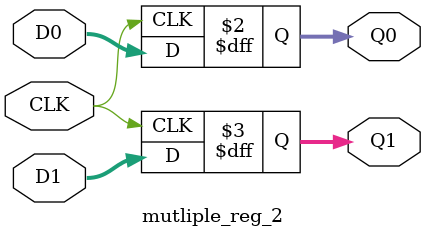
<source format=sv>
`timescale 1ns / 1ps


module Behavioural(
// initialize Input/Output
    );
// Function call
endmodule

//AND
module AND_behav(input logic a, b, output logic y);
always_comb begin
y = a&b;
end
endmodule

//4-bit register
module four_b_reg(input logic [3:0] D, input logic CLK, output logic [3:0] Q);
always_ff@(posedge CLK)
Q <= D;
endmodule

//4-bit register with reset
//async
module four_b_reg_ar(input logic [3:0] D, input logic CLK, R, output logic [3:0] Q);
always_ff@(posedge CLK, posedge R) begin
if(R) Q <= 4'b0;
else Q <= D;
end
endmodule

//sync
module four_b_reg_sr(input logic [3:0] D, input CLK , R, output logic [3:0] Q);
always@(posedge CLK) begin
if(R) Q <= 4'b0;
else Q <= D;
end
endmodule

//4-bit register with reset enable
module four_b_reg_sre(input logic [3:0] D, input logic CLK, EN, R, output logic [3:0] Q);
always_ff@(posedge CLK) begin
if(R) Q <= 4'b0;
else if (EN) Q <= D;
end
endmodule

//multiple 4-bit register Serial in Serial out(SISO)
module mutliple_reg(input logic [3:0] D, input logic CLK, output logic [3:0] Q);
logic [3:0] N1;
always_ff@(posedge CLK) begin
N1 <= D;
Q <= N1;
end
endmodule

//multiple 4-bit register Parallel in Parallel out(PIPO)
module mutliple_reg_1(input logic [3:0] D0, D1, input logic CLK, output logic [3:0] Q0, Q1);
always_ff@(posedge CLK) begin
Q0 <= D0;
Q1 <= D1;
end
endmodule

//multiple 4-bit register Parallel in Parallel out(PIPO)
module mutliple_reg_2(input logic [3:0] D0, D1, input logic CLK, output logic [3:0] Q0, Q1);
always_ff@(posedge CLK) begin
Q0 <= D0;
Q1 <= D1;
end
endmodule

</source>
